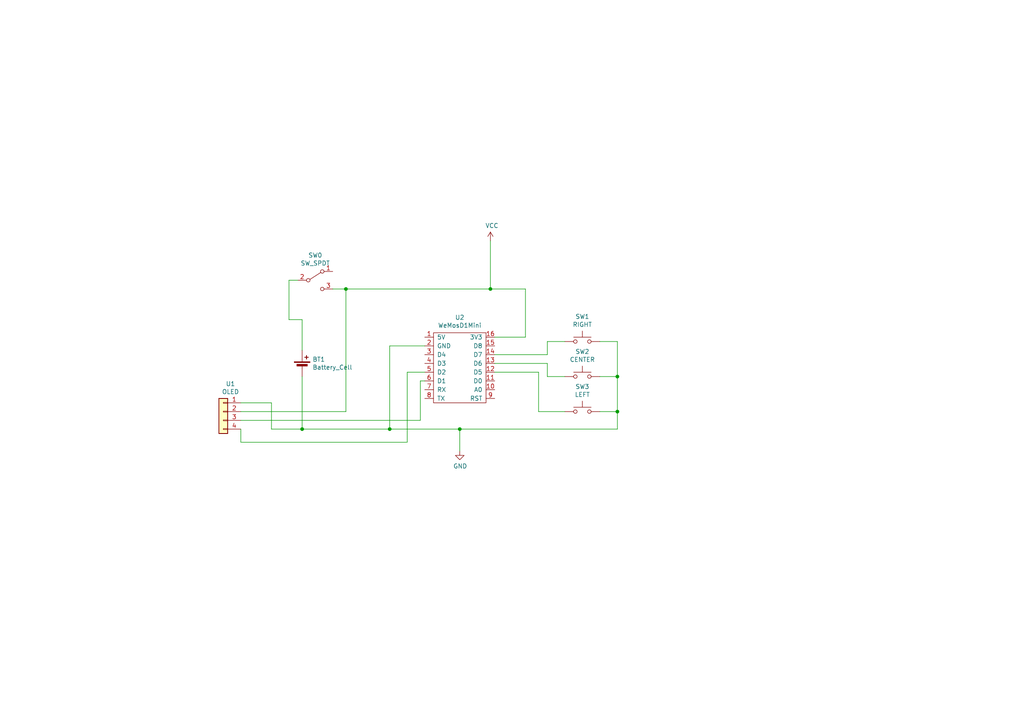
<source format=kicad_sch>
(kicad_sch (version 20230121) (generator eeschema)
  (paper "A4")
  (lib_symbols
    (symbol "Connector_Generic:Conn_01x04" (pin_names (offset 1.016) hide)
      (property "Reference" "J" (at 0 5.08 0))
      (property "Value" "Conn_01x04" (at 0 -7.62 0))
      (symbol "Conn_01x04_1_1"
        (rectangle (start -1.27 -4.953) (end 0 -5.207) (stroke (width 0.1524)))
        (rectangle (start -1.27 -2.413) (end 0 -2.667) (stroke (width 0.1524)))
        (rectangle (start -1.27 0.127) (end 0 -0.127) (stroke (width 0.1524)))
        (rectangle (start -1.27 2.667) (end 0 2.413) (stroke (width 0.1524)))
        (rectangle (start -1.27 3.81) (end 1.27 -6.35) (stroke (width 0.254)) (fill (type background)))
        (pin passive line (at -5.08 2.54 0) (length 3.81) (name "Pin_1") (number "1"))
        (pin passive line (at -5.08 0 0) (length 3.81) (name "Pin_2") (number "2"))
        (pin passive line (at -5.08 -2.54 0) (length 3.81) (name "Pin_3") (number "3"))
        (pin passive line (at -5.08 -5.08 0) (length 3.81) (name "Pin_4") (number "4"))
      )
    )
    (symbol "Device:Battery_Cell" (pin_numbers hide) (pin_names (offset 0) hide)
      (property "Reference" "BT" (at 2.54 2.54 0))
      (property "Value" "Battery_Cell" (at 2.54 0 0))
      (symbol "Battery_Cell_0_1"
        (rectangle (start -2.286 1.778) (end 2.286 1.524) (fill (type outline)))
        (rectangle (start -1.524 1.016) (end 1.524 0.508) (fill (type outline)))
        (polyline (pts (xy 0 0.762) (xy 0 0)))
        (polyline (pts (xy 0 1.778) (xy 0 2.54)))
        (polyline (pts (xy 0.762 3.048) (xy 1.778 3.048)) (stroke (width 0.254)))
        (polyline (pts (xy 1.27 3.556) (xy 1.27 2.54)) (stroke (width 0.254)))
      )
      (symbol "Battery_Cell_1_1"
        (pin passive line (at 0 5.08 270) (length 2.54) (name "+") (number "1"))
        (pin passive line (at 0 -2.54 90) (length 2.54) (name "-") (number "2"))
      )
    )
    (symbol "RFID-proto:WeMosD1Mini" (pin_names (offset 1.016))
      (property "Reference" "U" (at -1.27 -3.81 90))
      (property "Value" "WeMosD1Mini" (at 1.27 -2.54 90))
      (symbol "WeMosD1Mini_0_1"
        (rectangle (start -7.62 8.89) (end 7.62 -11.43))
      )
      (symbol "WeMosD1Mini_1_1"
        (pin power_in line (at -10.16 7.62 0) (length 2.54) (name "5V") (number "1"))
        (pin bidirectional line (at 10.16 -7.62 180) (length 2.54) (name "A0") (number "10"))
        (pin bidirectional line (at 10.16 -5.08 180) (length 2.54) (name "D0") (number "11"))
        (pin bidirectional line (at 10.16 -2.54 180) (length 2.54) (name "D5") (number "12"))
        (pin bidirectional line (at 10.16 0 180) (length 2.54) (name "D6") (number "13"))
        (pin bidirectional line (at 10.16 2.54 180) (length 2.54) (name "D7") (number "14"))
        (pin bidirectional line (at 10.16 5.08 180) (length 2.54) (name "D8") (number "15"))
        (pin passive line (at 10.16 7.62 180) (length 2.54) (name "3V3") (number "16"))
        (pin power_in line (at -10.16 5.08 0) (length 2.54) (name "GND") (number "2"))
        (pin bidirectional line (at -10.16 2.54 0) (length 2.54) (name "D4") (number "3"))
        (pin bidirectional line (at -10.16 0 0) (length 2.54) (name "D3") (number "4"))
        (pin bidirectional line (at -10.16 -2.54 0) (length 2.54) (name "D2") (number "5"))
        (pin bidirectional line (at -10.16 -5.08 0) (length 2.54) (name "D1") (number "6"))
        (pin input line (at -10.16 -7.62 0) (length 2.54) (name "RX") (number "7"))
        (pin output line (at -10.16 -10.16 0) (length 2.54) (name "TX") (number "8"))
        (pin input line (at 10.16 -10.16 180) (length 2.54) (name "RST") (number "9"))
      )
    )
    (symbol "Switch:SW_Push" (pin_numbers hide) (pin_names (offset 1.016) hide)
      (property "Reference" "SW" (at 1.27 2.54 0))
      (property "Value" "SW_Push" (at 0 -1.524 0))
      (symbol "SW_Push_0_1"
        (circle (center -2.032 0) (radius 0.508))
        (polyline (pts (xy 0 1.27) (xy 0 3.048)))
        (polyline (pts (xy 2.54 1.27) (xy -2.54 1.27)))
        (circle (center 2.032 0) (radius 0.508))
        (pin passive line (at -5.08 0 0) (length 2.54) (name "1") (number "1"))
        (pin passive line (at 5.08 0 180) (length 2.54) (name "2") (number "2"))
      )
    )
    (symbol "Switch:SW_SPDT" (pin_names (offset 0) hide)
      (property "Reference" "SW" (at 0 4.318 0))
      (property "Value" "SW_SPDT" (at 0 -5.08 0))
      (symbol "SW_SPDT_0_0"
        (circle (center -2.032 0) (radius 0.508))
        (circle (center 2.032 -2.54) (radius 0.508))
      )
      (symbol "SW_SPDT_0_1"
        (polyline (pts (xy -1.524 0.254) (xy 1.651 2.286)))
        (circle (center 2.032 2.54) (radius 0.508))
      )
      (symbol "SW_SPDT_1_1"
        (pin passive line (at 5.08 2.54 180) (length 2.54) (name "A") (number "1"))
        (pin passive line (at -5.08 0 0) (length 2.54) (name "B") (number "2"))
        (pin passive line (at 5.08 -2.54 180) (length 2.54) (name "C") (number "3"))
      )
    )
    (symbol "power:GND" (power) (pin_names (offset 0))
      (property "Value" "GND" (at 0 -3.81 0))
      (symbol "GND_0_1"
        (polyline (pts (xy 0 0) (xy 0 -1.27) (xy 1.27 -1.27) (xy 0 -2.54) (xy -1.27 -1.27) (xy 0 -1.27)))
      )
      (symbol "GND_1_1"
        (pin power_in line (at 0 0 270) (length 0) hide (name "GND") (number "1"))
      )
    )
    (symbol "power:VCC" (power) (pin_names (offset 0))
      (property "Value" "VCC" (at 0 3.81 0))
      (symbol "VCC_0_1"
        (polyline (pts (xy -0.762 1.27) (xy 0 2.54)))
        (polyline (pts (xy 0 0) (xy 0 2.54)))
        (polyline (pts (xy 0 2.54) (xy 0.762 1.27)))
      )
      (symbol "VCC_1_1"
        (pin power_in line (at 0 0 90) (length 0) hide (name "VCC") (number "1"))
      )
    )
  )
  (junction (at 179.07 109.22))
  (junction (at 142.24 83.82))
  (junction (at 87.63 124.46))
  (junction (at 113.03 124.46))
  (junction (at 100.33 83.82))
  (junction (at 133.35 124.46))
  (junction (at 179.07 119.38))
  (wire (pts (xy 158.75 105.41) (xy 158.75 109.22)))
  (wire (pts (xy 96.52 83.82) (xy 100.33 83.82)))
  (wire (pts (xy 78.74 124.46) (xy 78.74 116.84)))
  (wire (pts (xy 87.63 109.22) (xy 87.63 124.46)))
  (wire (pts (xy 179.07 99.06) (xy 179.07 109.22)))
  (wire (pts (xy 142.24 83.82) (xy 152.4 83.82)))
  (wire (pts (xy 123.19 110.49) (xy 121.92 110.49)))
  (wire (pts (xy 100.33 83.82) (xy 100.33 119.38)))
  (wire (pts (xy 158.75 102.87) (xy 143.51 102.87)))
  (wire (pts (xy 173.99 99.06) (xy 179.07 99.06)))
  (wire (pts (xy 83.82 81.28) (xy 86.36 81.28)))
  (wire (pts (xy 133.35 130.81) (xy 133.35 124.46)))
  (wire (pts (xy 69.85 124.46) (xy 69.85 128.27)))
  (wire (pts (xy 69.85 128.27) (xy 118.11 128.27)))
  (wire (pts (xy 156.21 119.38) (xy 163.83 119.38)))
  (wire (pts (xy 179.07 109.22) (xy 179.07 119.38)))
  (wire (pts (xy 158.75 109.22) (xy 163.83 109.22)))
  (wire (pts (xy 69.85 121.92) (xy 121.92 121.92)))
  (wire (pts (xy 100.33 83.82) (xy 142.24 83.82)))
  (wire (pts (xy 87.63 124.46) (xy 78.74 124.46)))
  (wire (pts (xy 143.51 107.95) (xy 156.21 107.95)))
  (wire (pts (xy 113.03 124.46) (xy 87.63 124.46)))
  (wire (pts (xy 173.99 109.22) (xy 179.07 109.22)))
  (wire (pts (xy 163.83 99.06) (xy 158.75 99.06)))
  (wire (pts (xy 118.11 107.95) (xy 118.11 128.27)))
  (wire (pts (xy 142.24 69.85) (xy 142.24 83.82)))
  (wire (pts (xy 113.03 124.46) (xy 113.03 100.33)))
  (wire (pts (xy 152.4 97.79) (xy 143.51 97.79)))
  (wire (pts (xy 83.82 92.71) (xy 87.63 92.71)))
  (wire (pts (xy 78.74 116.84) (xy 69.85 116.84)))
  (wire (pts (xy 133.35 124.46) (xy 113.03 124.46)))
  (wire (pts (xy 152.4 83.82) (xy 152.4 97.79)))
  (wire (pts (xy 100.33 119.38) (xy 69.85 119.38)))
  (wire (pts (xy 158.75 99.06) (xy 158.75 102.87)))
  (wire (pts (xy 113.03 100.33) (xy 123.19 100.33)))
  (wire (pts (xy 143.51 105.41) (xy 158.75 105.41)))
  (wire (pts (xy 121.92 110.49) (xy 121.92 121.92)))
  (wire (pts (xy 83.82 81.28) (xy 83.82 92.71)))
  (wire (pts (xy 133.35 124.46) (xy 179.07 124.46)))
  (wire (pts (xy 179.07 119.38) (xy 179.07 124.46)))
  (wire (pts (xy 123.19 107.95) (xy 118.11 107.95)))
  (wire (pts (xy 156.21 107.95) (xy 156.21 119.38)))
  (wire (pts (xy 173.99 119.38) (xy 179.07 119.38)))
  (wire (pts (xy 87.63 92.71) (xy 87.63 101.6)))
  (symbol (lib_id "RFID-proto:WeMosD1Mini") (at 133.35 105.41 0) (unit 1)
    (property "Reference" "U2" (at 133.35 92.075 0))
    (property "Value" "WeMosD1Mini" (at 133.35 94.3864 0))
    (property "Footprint" "foot:WeMosD1Mini" (effects hide))
  )
  (symbol (lib_id "power:VCC") (at 142.24 69.85 0) (unit 1)
    (property "Reference" "#PWR01" (effects hide))
    (property "Value" "VCC" (at 142.6718 65.4558 0))
  )
  (symbol (lib_id "power:GND") (at 133.35 130.81 0) (unit 1)
    (property "Reference" "#PWR02" (effects hide))
    (property "Value" "GND" (at 133.477 135.2042 0))
  )
  (symbol (lib_id "Connector_Generic:Conn_01x04") (at 64.77 119.38 0) (mirror y) (unit 1)
    (property "Reference" "U1" (at 66.8528 111.3282 0))
    (property "Value" "OLED" (at 66.8528 113.6396 0))
    (property "Footprint" "Connector_PinHeader_2.54mm:PinHeader_1x04_P2.54mm_Vertical" (effects hide))
  )
  (symbol (lib_id "Switch:SW_Push") (at 168.91 99.06 0) (unit 1)
    (property "Reference" "SW1" (at 168.91 91.821 0))
    (property "Value" "RIGHT" (at 168.91 94.1324 0))
    (property "Footprint" "Button_Switch_THT:SW_Tactile_Straight_KSA0Axx1LFTR" (effects hide))
  )
  (symbol (lib_id "Switch:SW_Push") (at 168.91 119.38 0) (unit 1)
    (property "Reference" "SW3" (at 168.91 112.141 0))
    (property "Value" "LEFT" (at 168.91 114.4524 0))
    (property "Footprint" "Button_Switch_THT:SW_Tactile_Straight_KSA0Axx1LFTR" (effects hide))
  )
  (symbol (lib_id "Switch:SW_Push") (at 168.91 109.22 0) (unit 1)
    (property "Reference" "SW2" (at 168.91 101.981 0))
    (property "Value" "CENTER" (at 168.91 104.2924 0))
    (property "Footprint" "Button_Switch_THT:SW_Tactile_Straight_KSA0Axx1LFTR" (effects hide))
  )
  (symbol (lib_id "Device:Battery_Cell") (at 87.63 106.68 0) (unit 1)
    (property "Reference" "BT1" (at 90.6272 104.2416 0) (effects (justify left)))
    (property "Value" "Battery_Cell" (at 90.6272 106.553 0) (effects (justify left)))
    (property "Footprint" "foot:CR123A" (effects hide))
  )
  (symbol (lib_id "Switch:SW_SPDT") (at 91.44 81.28 0) (unit 1)
    (property "Reference" "SW0" (at 91.44 74.041 0))
    (property "Value" "SW_SPDT" (at 91.44 76.3524 0))
    (property "Footprint" "Connector_PinHeader_2.54mm:PinHeader_1x03_P2.54mm_Vertical" (effects hide))
  )
)
</source>
